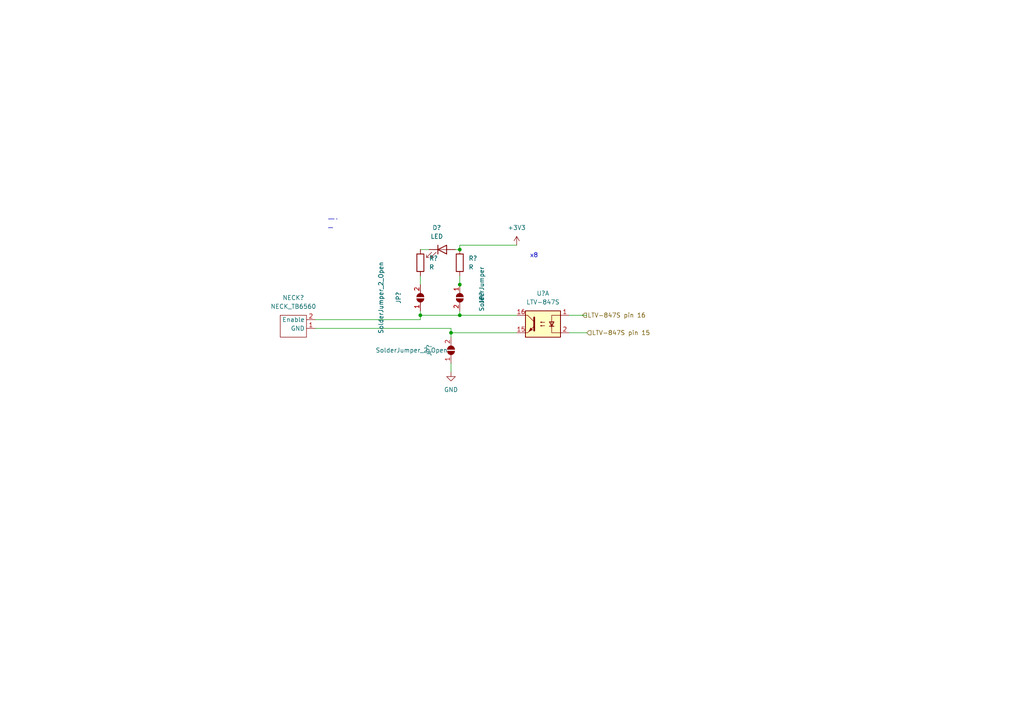
<source format=kicad_sch>
(kicad_sch (version 20211123) (generator eeschema)

  (uuid bbeee9e3-275a-4706-aa3c-cd0cc55d2cd8)

  (paper "A4")

  (lib_symbols
    (symbol "Device:LED" (pin_numbers hide) (pin_names (offset 1.016) hide) (in_bom yes) (on_board yes)
      (property "Reference" "D" (id 0) (at 0 2.54 0)
        (effects (font (size 1.27 1.27)))
      )
      (property "Value" "LED" (id 1) (at 0 -2.54 0)
        (effects (font (size 1.27 1.27)))
      )
      (property "Footprint" "" (id 2) (at 0 0 0)
        (effects (font (size 1.27 1.27)) hide)
      )
      (property "Datasheet" "~" (id 3) (at 0 0 0)
        (effects (font (size 1.27 1.27)) hide)
      )
      (property "ki_keywords" "LED diode" (id 4) (at 0 0 0)
        (effects (font (size 1.27 1.27)) hide)
      )
      (property "ki_description" "Light emitting diode" (id 5) (at 0 0 0)
        (effects (font (size 1.27 1.27)) hide)
      )
      (property "ki_fp_filters" "LED* LED_SMD:* LED_THT:*" (id 6) (at 0 0 0)
        (effects (font (size 1.27 1.27)) hide)
      )
      (symbol "LED_0_1"
        (polyline
          (pts
            (xy -1.27 -1.27)
            (xy -1.27 1.27)
          )
          (stroke (width 0.254) (type default) (color 0 0 0 0))
          (fill (type none))
        )
        (polyline
          (pts
            (xy -1.27 0)
            (xy 1.27 0)
          )
          (stroke (width 0) (type default) (color 0 0 0 0))
          (fill (type none))
        )
        (polyline
          (pts
            (xy 1.27 -1.27)
            (xy 1.27 1.27)
            (xy -1.27 0)
            (xy 1.27 -1.27)
          )
          (stroke (width 0.254) (type default) (color 0 0 0 0))
          (fill (type none))
        )
        (polyline
          (pts
            (xy -3.048 -0.762)
            (xy -4.572 -2.286)
            (xy -3.81 -2.286)
            (xy -4.572 -2.286)
            (xy -4.572 -1.524)
          )
          (stroke (width 0) (type default) (color 0 0 0 0))
          (fill (type none))
        )
        (polyline
          (pts
            (xy -1.778 -0.762)
            (xy -3.302 -2.286)
            (xy -2.54 -2.286)
            (xy -3.302 -2.286)
            (xy -3.302 -1.524)
          )
          (stroke (width 0) (type default) (color 0 0 0 0))
          (fill (type none))
        )
      )
      (symbol "LED_1_1"
        (pin passive line (at -3.81 0 0) (length 2.54)
          (name "K" (effects (font (size 1.27 1.27))))
          (number "1" (effects (font (size 1.27 1.27))))
        )
        (pin passive line (at 3.81 0 180) (length 2.54)
          (name "A" (effects (font (size 1.27 1.27))))
          (number "2" (effects (font (size 1.27 1.27))))
        )
      )
    )
    (symbol "Device:R" (pin_numbers hide) (pin_names (offset 0)) (in_bom yes) (on_board yes)
      (property "Reference" "R" (id 0) (at 2.032 0 90)
        (effects (font (size 1.27 1.27)))
      )
      (property "Value" "R" (id 1) (at 0 0 90)
        (effects (font (size 1.27 1.27)))
      )
      (property "Footprint" "" (id 2) (at -1.778 0 90)
        (effects (font (size 1.27 1.27)) hide)
      )
      (property "Datasheet" "~" (id 3) (at 0 0 0)
        (effects (font (size 1.27 1.27)) hide)
      )
      (property "ki_keywords" "R res resistor" (id 4) (at 0 0 0)
        (effects (font (size 1.27 1.27)) hide)
      )
      (property "ki_description" "Resistor" (id 5) (at 0 0 0)
        (effects (font (size 1.27 1.27)) hide)
      )
      (property "ki_fp_filters" "R_*" (id 6) (at 0 0 0)
        (effects (font (size 1.27 1.27)) hide)
      )
      (symbol "R_0_1"
        (rectangle (start -1.016 -2.54) (end 1.016 2.54)
          (stroke (width 0.254) (type default) (color 0 0 0 0))
          (fill (type none))
        )
      )
      (symbol "R_1_1"
        (pin passive line (at 0 3.81 270) (length 1.27)
          (name "~" (effects (font (size 1.27 1.27))))
          (number "1" (effects (font (size 1.27 1.27))))
        )
        (pin passive line (at 0 -3.81 90) (length 1.27)
          (name "~" (effects (font (size 1.27 1.27))))
          (number "2" (effects (font (size 1.27 1.27))))
        )
      )
    )
    (symbol "Isolator:LTV-847S" (pin_names (offset 1.016)) (in_bom yes) (on_board yes)
      (property "Reference" "U" (id 0) (at -3.81 5.08 0)
        (effects (font (size 1.27 1.27)))
      )
      (property "Value" "LTV-847S" (id 1) (at 0 -5.08 0)
        (effects (font (size 1.27 1.27)))
      )
      (property "Footprint" "Package_DIP:SMDIP-16_W9.53mm" (id 2) (at 0 -7.62 0)
        (effects (font (size 1.27 1.27)) hide)
      )
      (property "Datasheet" "http://www.us.liteon.com/downloads/LTV-817-827-847.PDF" (id 3) (at -15.24 11.43 0)
        (effects (font (size 1.27 1.27)) hide)
      )
      (property "ki_keywords" "NPN DC Optocoupler" (id 4) (at 0 0 0)
        (effects (font (size 1.27 1.27)) hide)
      )
      (property "ki_description" "DC Optocoupler, Vce 35V, CTR 50%, SMDIP-16" (id 5) (at 0 0 0)
        (effects (font (size 1.27 1.27)) hide)
      )
      (property "ki_fp_filters" "SMDIP*W9.53mm*" (id 6) (at 0 0 0)
        (effects (font (size 1.27 1.27)) hide)
      )
      (symbol "LTV-847S_0_1"
        (rectangle (start -5.08 3.81) (end 5.08 -3.81)
          (stroke (width 0.254) (type default) (color 0 0 0 0))
          (fill (type background))
        )
        (polyline
          (pts
            (xy -3.175 -0.635)
            (xy -1.905 -0.635)
          )
          (stroke (width 0.254) (type default) (color 0 0 0 0))
          (fill (type none))
        )
        (polyline
          (pts
            (xy 2.54 0.635)
            (xy 4.445 2.54)
          )
          (stroke (width 0) (type default) (color 0 0 0 0))
          (fill (type none))
        )
        (polyline
          (pts
            (xy 4.445 -2.54)
            (xy 2.54 -0.635)
          )
          (stroke (width 0) (type default) (color 0 0 0 0))
          (fill (type outline))
        )
        (polyline
          (pts
            (xy 4.445 -2.54)
            (xy 5.08 -2.54)
          )
          (stroke (width 0) (type default) (color 0 0 0 0))
          (fill (type none))
        )
        (polyline
          (pts
            (xy 4.445 2.54)
            (xy 5.08 2.54)
          )
          (stroke (width 0) (type default) (color 0 0 0 0))
          (fill (type none))
        )
        (polyline
          (pts
            (xy -2.54 -0.635)
            (xy -2.54 -2.54)
            (xy -5.08 -2.54)
          )
          (stroke (width 0) (type default) (color 0 0 0 0))
          (fill (type none))
        )
        (polyline
          (pts
            (xy 2.54 1.905)
            (xy 2.54 -1.905)
            (xy 2.54 -1.905)
          )
          (stroke (width 0.508) (type default) (color 0 0 0 0))
          (fill (type none))
        )
        (polyline
          (pts
            (xy -5.08 2.54)
            (xy -2.54 2.54)
            (xy -2.54 -1.27)
            (xy -2.54 0.635)
          )
          (stroke (width 0) (type default) (color 0 0 0 0))
          (fill (type none))
        )
        (polyline
          (pts
            (xy -2.54 -0.635)
            (xy -3.175 0.635)
            (xy -1.905 0.635)
            (xy -2.54 -0.635)
          )
          (stroke (width 0.254) (type default) (color 0 0 0 0))
          (fill (type none))
        )
        (polyline
          (pts
            (xy -0.508 -0.508)
            (xy 0.762 -0.508)
            (xy 0.381 -0.635)
            (xy 0.381 -0.381)
            (xy 0.762 -0.508)
          )
          (stroke (width 0) (type default) (color 0 0 0 0))
          (fill (type none))
        )
        (polyline
          (pts
            (xy -0.508 0.508)
            (xy 0.762 0.508)
            (xy 0.381 0.381)
            (xy 0.381 0.635)
            (xy 0.762 0.508)
          )
          (stroke (width 0) (type default) (color 0 0 0 0))
          (fill (type none))
        )
        (polyline
          (pts
            (xy 3.048 -1.651)
            (xy 3.556 -1.143)
            (xy 4.064 -2.159)
            (xy 3.048 -1.651)
            (xy 3.048 -1.651)
          )
          (stroke (width 0) (type default) (color 0 0 0 0))
          (fill (type outline))
        )
      )
      (symbol "LTV-847S_1_1"
        (pin passive line (at -7.62 2.54 0) (length 2.54)
          (name "~" (effects (font (size 1.27 1.27))))
          (number "1" (effects (font (size 1.27 1.27))))
        )
        (pin passive line (at 7.62 -2.54 180) (length 2.54)
          (name "~" (effects (font (size 1.27 1.27))))
          (number "15" (effects (font (size 1.27 1.27))))
        )
        (pin passive line (at 7.62 2.54 180) (length 2.54)
          (name "~" (effects (font (size 1.27 1.27))))
          (number "16" (effects (font (size 1.27 1.27))))
        )
        (pin passive line (at -7.62 -2.54 0) (length 2.54)
          (name "~" (effects (font (size 1.27 1.27))))
          (number "2" (effects (font (size 1.27 1.27))))
        )
      )
      (symbol "LTV-847S_2_1"
        (pin passive line (at 7.62 -2.54 180) (length 2.54)
          (name "~" (effects (font (size 1.27 1.27))))
          (number "13" (effects (font (size 1.27 1.27))))
        )
        (pin passive line (at 7.62 2.54 180) (length 2.54)
          (name "~" (effects (font (size 1.27 1.27))))
          (number "14" (effects (font (size 1.27 1.27))))
        )
        (pin passive line (at -7.62 2.54 0) (length 2.54)
          (name "~" (effects (font (size 1.27 1.27))))
          (number "3" (effects (font (size 1.27 1.27))))
        )
        (pin passive line (at -7.62 -2.54 0) (length 2.54)
          (name "~" (effects (font (size 1.27 1.27))))
          (number "4" (effects (font (size 1.27 1.27))))
        )
      )
      (symbol "LTV-847S_3_1"
        (pin passive line (at 7.62 -2.54 180) (length 2.54)
          (name "~" (effects (font (size 1.27 1.27))))
          (number "11" (effects (font (size 1.27 1.27))))
        )
        (pin passive line (at 7.62 2.54 180) (length 2.54)
          (name "~" (effects (font (size 1.27 1.27))))
          (number "12" (effects (font (size 1.27 1.27))))
        )
        (pin passive line (at -7.62 2.54 0) (length 2.54)
          (name "~" (effects (font (size 1.27 1.27))))
          (number "5" (effects (font (size 1.27 1.27))))
        )
        (pin passive line (at -7.62 -2.54 0) (length 2.54)
          (name "~" (effects (font (size 1.27 1.27))))
          (number "6" (effects (font (size 1.27 1.27))))
        )
      )
      (symbol "LTV-847S_4_1"
        (pin passive line (at 7.62 2.54 180) (length 2.54)
          (name "~" (effects (font (size 1.27 1.27))))
          (number "10" (effects (font (size 1.27 1.27))))
        )
        (pin passive line (at -7.62 2.54 0) (length 2.54)
          (name "~" (effects (font (size 1.27 1.27))))
          (number "7" (effects (font (size 1.27 1.27))))
        )
        (pin passive line (at -7.62 -2.54 0) (length 2.54)
          (name "~" (effects (font (size 1.27 1.27))))
          (number "8" (effects (font (size 1.27 1.27))))
        )
        (pin passive line (at 7.62 -2.54 180) (length 2.54)
          (name "~" (effects (font (size 1.27 1.27))))
          (number "9" (effects (font (size 1.27 1.27))))
        )
      )
    )
    (symbol "Jumper:SolderJumper_2_Open" (pin_names (offset 0) hide) (in_bom yes) (on_board yes)
      (property "Reference" "JP" (id 0) (at 0 2.032 0)
        (effects (font (size 1.27 1.27)))
      )
      (property "Value" "SolderJumper_2_Open" (id 1) (at 0 -2.54 0)
        (effects (font (size 1.27 1.27)))
      )
      (property "Footprint" "" (id 2) (at 0 0 0)
        (effects (font (size 1.27 1.27)) hide)
      )
      (property "Datasheet" "~" (id 3) (at 0 0 0)
        (effects (font (size 1.27 1.27)) hide)
      )
      (property "ki_keywords" "solder jumper SPST" (id 4) (at 0 0 0)
        (effects (font (size 1.27 1.27)) hide)
      )
      (property "ki_description" "Solder Jumper, 2-pole, open" (id 5) (at 0 0 0)
        (effects (font (size 1.27 1.27)) hide)
      )
      (property "ki_fp_filters" "SolderJumper*Open*" (id 6) (at 0 0 0)
        (effects (font (size 1.27 1.27)) hide)
      )
      (symbol "SolderJumper_2_Open_0_1"
        (arc (start -0.254 1.016) (mid -1.27 0) (end -0.254 -1.016)
          (stroke (width 0) (type default) (color 0 0 0 0))
          (fill (type none))
        )
        (arc (start -0.254 1.016) (mid -1.27 0) (end -0.254 -1.016)
          (stroke (width 0) (type default) (color 0 0 0 0))
          (fill (type outline))
        )
        (polyline
          (pts
            (xy -0.254 1.016)
            (xy -0.254 -1.016)
          )
          (stroke (width 0) (type default) (color 0 0 0 0))
          (fill (type none))
        )
        (polyline
          (pts
            (xy 0.254 1.016)
            (xy 0.254 -1.016)
          )
          (stroke (width 0) (type default) (color 0 0 0 0))
          (fill (type none))
        )
        (arc (start 0.254 -1.016) (mid 1.27 0) (end 0.254 1.016)
          (stroke (width 0) (type default) (color 0 0 0 0))
          (fill (type none))
        )
        (arc (start 0.254 -1.016) (mid 1.27 0) (end 0.254 1.016)
          (stroke (width 0) (type default) (color 0 0 0 0))
          (fill (type outline))
        )
      )
      (symbol "SolderJumper_2_Open_1_1"
        (pin passive line (at -3.81 0 0) (length 2.54)
          (name "A" (effects (font (size 1.27 1.27))))
          (number "1" (effects (font (size 1.27 1.27))))
        )
        (pin passive line (at 3.81 0 180) (length 2.54)
          (name "B" (effects (font (size 1.27 1.27))))
          (number "2" (effects (font (size 1.27 1.27))))
        )
      )
    )
    (symbol "Simbolos PE:NECK_TB6560" (in_bom yes) (on_board yes)
      (property "Reference" "NECK" (id 0) (at -1.27 -5.08 0)
        (effects (font (size 1.27 1.27)))
      )
      (property "Value" "NECK_TB6560" (id 1) (at -2.54 3.81 0)
        (effects (font (size 1.27 1.27)))
      )
      (property "Footprint" "" (id 2) (at 2.54 2.54 0)
        (effects (font (size 1.27 1.27)) hide)
      )
      (property "Datasheet" "" (id 3) (at 2.54 2.54 0)
        (effects (font (size 1.27 1.27)) hide)
      )
      (symbol "NECK_TB6560_0_1"
        (rectangle (start -5.08 2.54) (end 2.54 -3.81)
          (stroke (width 0) (type default) (color 0 0 0 0))
          (fill (type none))
        )
      )
      (symbol "NECK_TB6560_1_1"
        (pin input line (at 5.08 -1.27 180) (length 2.54)
          (name "GND" (effects (font (size 1.27 1.27))))
          (number "1" (effects (font (size 1.27 1.27))))
        )
        (pin input line (at 5.08 1.27 180) (length 2.54)
          (name "Enable" (effects (font (size 1.27 1.27))))
          (number "2" (effects (font (size 1.27 1.27))))
        )
      )
    )
    (symbol "power:+3.3V" (power) (pin_names (offset 0)) (in_bom yes) (on_board yes)
      (property "Reference" "#PWR" (id 0) (at 0 -3.81 0)
        (effects (font (size 1.27 1.27)) hide)
      )
      (property "Value" "+3.3V" (id 1) (at 0 3.556 0)
        (effects (font (size 1.27 1.27)))
      )
      (property "Footprint" "" (id 2) (at 0 0 0)
        (effects (font (size 1.27 1.27)) hide)
      )
      (property "Datasheet" "" (id 3) (at 0 0 0)
        (effects (font (size 1.27 1.27)) hide)
      )
      (property "ki_keywords" "power-flag" (id 4) (at 0 0 0)
        (effects (font (size 1.27 1.27)) hide)
      )
      (property "ki_description" "Power symbol creates a global label with name \"+3.3V\"" (id 5) (at 0 0 0)
        (effects (font (size 1.27 1.27)) hide)
      )
      (symbol "+3.3V_0_1"
        (polyline
          (pts
            (xy -0.762 1.27)
            (xy 0 2.54)
          )
          (stroke (width 0) (type default) (color 0 0 0 0))
          (fill (type none))
        )
        (polyline
          (pts
            (xy 0 0)
            (xy 0 2.54)
          )
          (stroke (width 0) (type default) (color 0 0 0 0))
          (fill (type none))
        )
        (polyline
          (pts
            (xy 0 2.54)
            (xy 0.762 1.27)
          )
          (stroke (width 0) (type default) (color 0 0 0 0))
          (fill (type none))
        )
      )
      (symbol "+3.3V_1_1"
        (pin power_in line (at 0 0 90) (length 0) hide
          (name "+3V3" (effects (font (size 1.27 1.27))))
          (number "1" (effects (font (size 1.27 1.27))))
        )
      )
    )
    (symbol "power:GND" (power) (pin_names (offset 0)) (in_bom yes) (on_board yes)
      (property "Reference" "#PWR" (id 0) (at 0 -6.35 0)
        (effects (font (size 1.27 1.27)) hide)
      )
      (property "Value" "GND" (id 1) (at 0 -3.81 0)
        (effects (font (size 1.27 1.27)))
      )
      (property "Footprint" "" (id 2) (at 0 0 0)
        (effects (font (size 1.27 1.27)) hide)
      )
      (property "Datasheet" "" (id 3) (at 0 0 0)
        (effects (font (size 1.27 1.27)) hide)
      )
      (property "ki_keywords" "power-flag" (id 4) (at 0 0 0)
        (effects (font (size 1.27 1.27)) hide)
      )
      (property "ki_description" "Power symbol creates a global label with name \"GND\" , ground" (id 5) (at 0 0 0)
        (effects (font (size 1.27 1.27)) hide)
      )
      (symbol "GND_0_1"
        (polyline
          (pts
            (xy 0 0)
            (xy 0 -1.27)
            (xy 1.27 -1.27)
            (xy 0 -2.54)
            (xy -1.27 -1.27)
            (xy 0 -1.27)
          )
          (stroke (width 0) (type default) (color 0 0 0 0))
          (fill (type none))
        )
      )
      (symbol "GND_1_1"
        (pin power_in line (at 0 0 270) (length 0) hide
          (name "GND" (effects (font (size 1.27 1.27))))
          (number "1" (effects (font (size 1.27 1.27))))
        )
      )
    )
  )

  (junction (at 130.81 96.52) (diameter 0) (color 0 0 0 0)
    (uuid 1a249bee-60f6-4479-b6f6-02c915b268bb)
  )
  (junction (at 133.35 82.55) (diameter 0) (color 0 0 0 0)
    (uuid 6617461f-7841-4911-a3a1-3e0f67df2910)
  )
  (junction (at 121.92 91.44) (diameter 0) (color 0 0 0 0)
    (uuid a39c8f0a-d861-4fef-8e0c-ea4eab385fb5)
  )
  (junction (at 133.35 91.44) (diameter 0) (color 0 0 0 0)
    (uuid abdf711d-6d02-4c0b-9713-e216b6a98097)
  )
  (junction (at 133.35 72.39) (diameter 0) (color 0 0 0 0)
    (uuid c537475b-1afa-44c6-a0d0-6fa1ec7af934)
  )

  (wire (pts (xy 130.81 107.95) (xy 130.81 105.41))
    (stroke (width 0) (type default) (color 0 0 0 0))
    (uuid 010d83aa-a423-4954-8594-eb6a0f3df1d1)
  )
  (wire (pts (xy 149.86 96.52) (xy 130.81 96.52))
    (stroke (width 0) (type default) (color 0 0 0 0))
    (uuid 1345ace4-b7e9-4727-82f0-fec9f22f34a6)
  )
  (wire (pts (xy 121.92 90.17) (xy 121.92 91.44))
    (stroke (width 0) (type default) (color 0 0 0 0))
    (uuid 155b9a1f-85b0-40ac-9a84-9cc5913cc9be)
  )
  (wire (pts (xy 133.35 90.17) (xy 133.35 91.44))
    (stroke (width 0) (type default) (color 0 0 0 0))
    (uuid 2a7cfac3-929a-4c0b-99c0-dc135cf39214)
  )
  (wire (pts (xy 121.92 72.39) (xy 124.46 72.39))
    (stroke (width 0) (type default) (color 0 0 0 0))
    (uuid 40496886-f132-4048-ad5b-71577a007df0)
  )
  (wire (pts (xy 149.86 71.12) (xy 133.35 71.12))
    (stroke (width 0) (type default) (color 0 0 0 0))
    (uuid 4ec94263-3b28-4c19-a189-da9aadc4dceb)
  )
  (wire (pts (xy 130.81 96.52) (xy 130.81 97.79))
    (stroke (width 0) (type default) (color 0 0 0 0))
    (uuid 51e5a566-0824-4a88-998e-21081b829c77)
  )
  (wire (pts (xy 91.44 92.71) (xy 121.92 92.71))
    (stroke (width 0) (type default) (color 0 0 0 0))
    (uuid 5f19726f-176c-46b2-b3f5-af89b5f00cfd)
  )
  (wire (pts (xy 121.92 80.01) (xy 121.92 82.55))
    (stroke (width 0) (type default) (color 0 0 0 0))
    (uuid 7e29d6fd-005a-447b-bdc1-c8f562ad8a79)
  )
  (wire (pts (xy 133.35 80.01) (xy 133.35 82.55))
    (stroke (width 0) (type default) (color 0 0 0 0))
    (uuid 80af558f-ba1c-4fa3-bc42-f7fb722a54e6)
  )
  (wire (pts (xy 133.35 82.55) (xy 133.35 85.09))
    (stroke (width 0) (type default) (color 0 0 0 0))
    (uuid 81beb460-a4e8-4a76-bd3d-022dbb8da15f)
  )
  (polyline (pts (xy 95.25 63.5) (xy 97.79 63.5))
    (stroke (width 0) (type default) (color 0 0 0 0))
    (uuid a255b7fa-7488-46a4-a513-85088fe016e0)
  )

  (wire (pts (xy 121.92 92.71) (xy 121.92 91.44))
    (stroke (width 0) (type default) (color 0 0 0 0))
    (uuid af5e67a1-8d42-446a-8c38-cff49fbf7985)
  )
  (wire (pts (xy 132.08 72.39) (xy 133.35 72.39))
    (stroke (width 0) (type default) (color 0 0 0 0))
    (uuid b01d8250-e536-4cde-9744-e196fc912dde)
  )
  (wire (pts (xy 165.1 91.44) (xy 170.18 91.44))
    (stroke (width 0) (type default) (color 0 0 0 0))
    (uuid cf8d1efc-a3ed-48bd-a81b-45b92ed85bdf)
  )
  (wire (pts (xy 170.18 96.52) (xy 165.1 96.52))
    (stroke (width 0) (type default) (color 0 0 0 0))
    (uuid d552e62c-28ec-4b51-9792-3c891e630ed3)
  )
  (polyline (pts (xy 95.25 66.04) (xy 96.52 66.04))
    (stroke (width 0) (type default) (color 0 0 0 0))
    (uuid da20708f-f4eb-4ebd-b1f1-c2a3491dd765)
  )

  (wire (pts (xy 133.35 71.12) (xy 133.35 72.39))
    (stroke (width 0) (type default) (color 0 0 0 0))
    (uuid db20b561-d054-4e73-979b-7196dd500200)
  )
  (wire (pts (xy 130.81 95.25) (xy 130.81 96.52))
    (stroke (width 0) (type default) (color 0 0 0 0))
    (uuid eed807b6-15ff-4943-ac96-c4c27d3cbd6d)
  )
  (wire (pts (xy 133.35 91.44) (xy 149.86 91.44))
    (stroke (width 0) (type default) (color 0 0 0 0))
    (uuid f1fd0edc-e8ce-41e5-abe9-862249bca4f2)
  )
  (wire (pts (xy 121.92 91.44) (xy 133.35 91.44))
    (stroke (width 0) (type default) (color 0 0 0 0))
    (uuid f7b55d46-5a56-46f1-ae86-558c5bb84f34)
  )
  (wire (pts (xy 91.44 95.25) (xy 130.81 95.25))
    (stroke (width 0) (type default) (color 0 0 0 0))
    (uuid fe0c722b-345f-4e72-a47f-56b36fc99ecc)
  )

  (text "x8" (at 153.67 74.93 0)
    (effects (font (size 1.27 1.27)) (justify left bottom))
    (uuid d76efd7c-819a-46a4-b31a-1e1ab1afa8db)
  )

  (hierarchical_label "LTV-847S pin 16" (shape input) (at 168.91 91.44 0)
    (effects (font (size 1.27 1.27)) (justify left))
    (uuid 12c23553-09f2-4bff-93b7-4c40d6f27b56)
  )
  (hierarchical_label "LTV-847S pin 15" (shape input) (at 170.18 96.52 0)
    (effects (font (size 1.27 1.27)) (justify left))
    (uuid a9f12cdd-11e8-4362-8ac8-d82d9fe1120b)
  )

  (symbol (lib_id "Jumper:SolderJumper_2_Open") (at 133.35 86.36 270) (unit 1)
    (in_bom yes) (on_board yes)
    (uuid 27a0a7ae-2005-43be-aa70-07336f3ca991)
    (property "Reference" "JP?" (id 0) (at 139.7 86.36 0))
    (property "Value" "SolderJumper" (id 1) (at 139.7 83.82 0))
    (property "Footprint" "" (id 2) (at 133.35 86.36 0)
      (effects (font (size 1.27 1.27)) hide)
    )
    (property "Datasheet" "~" (id 3) (at 133.35 86.36 0)
      (effects (font (size 1.27 1.27)) hide)
    )
    (pin "1" (uuid ef60c547-36f6-4824-a94f-525efa6a26e5))
    (pin "2" (uuid 3c336d15-a4cf-4691-bdeb-137781725083))
  )

  (symbol (lib_id "Isolator:LTV-847S") (at 157.48 93.98 0) (mirror y) (unit 1)
    (in_bom yes) (on_board yes) (fields_autoplaced)
    (uuid 431f9d8b-2b06-4892-a344-ff727a1890fd)
    (property "Reference" "U?" (id 0) (at 157.48 85.09 0))
    (property "Value" "LTV-847S" (id 1) (at 157.48 87.63 0))
    (property "Footprint" "Package_DIP:SMDIP-16_W9.53mm" (id 2) (at 157.48 101.6 0)
      (effects (font (size 1.27 1.27)) hide)
    )
    (property "Datasheet" "http://www.us.liteon.com/downloads/LTV-817-827-847.PDF" (id 3) (at 172.72 82.55 0)
      (effects (font (size 1.27 1.27)) hide)
    )
    (pin "1" (uuid c86ca001-83be-4c2f-b6ce-7a5846624f12))
    (pin "15" (uuid 606ee449-d75e-4ab9-b1ba-0512b663261f))
    (pin "16" (uuid 99239d46-4d45-4bc9-946a-c07b41aab283))
    (pin "2" (uuid 26cddc9c-c885-49d9-ac6f-888f3ebaea2b))
    (pin "13" (uuid 61fa0d74-9a68-42f2-8b67-f7bdec73addb))
    (pin "14" (uuid c36fd19e-f85b-40c3-9bef-93e06d64fa02))
    (pin "3" (uuid 4034eeee-0852-4575-86ed-bdfe5370abe7))
    (pin "4" (uuid e6c2fa31-d49f-43cc-9e55-29bcc2587ecd))
    (pin "11" (uuid 0a840d10-a9d6-4711-9b33-9616e602311e))
    (pin "12" (uuid bd1700ad-55ca-43ac-ae2e-dd92550c4c8d))
    (pin "5" (uuid 7f0f3d0b-50df-497d-87d1-ae14dbc72b6a))
    (pin "6" (uuid 361a2b0f-9054-46ac-9709-613f4e68133d))
    (pin "10" (uuid 344015be-dd74-4666-908a-b389e95432dd))
    (pin "7" (uuid 805da6af-4e83-4de0-bbc3-e318f18cd22d))
    (pin "8" (uuid c85ccd72-1ac8-4111-b028-c7ee9ce6c1b3))
    (pin "9" (uuid 051f6d5c-fb0b-4d4d-980d-fa056e870526))
  )

  (symbol (lib_id "Jumper:SolderJumper_2_Open") (at 121.92 86.36 90) (unit 1)
    (in_bom yes) (on_board yes)
    (uuid 44c1abcf-e16b-47cf-b4ea-c1d3708df1c0)
    (property "Reference" "JP?" (id 0) (at 115.57 86.36 0))
    (property "Value" "SolderJumper_2_Open" (id 1) (at 110.49 86.36 0))
    (property "Footprint" "" (id 2) (at 121.92 86.36 0)
      (effects (font (size 1.27 1.27)) hide)
    )
    (property "Datasheet" "~" (id 3) (at 121.92 86.36 0)
      (effects (font (size 1.27 1.27)) hide)
    )
    (pin "1" (uuid 860fd877-df96-4b7f-b339-0dd038b6b8f1))
    (pin "2" (uuid a075e28c-43c1-4574-bfd7-88256dcfd2c7))
  )

  (symbol (lib_id "power:GND") (at 130.81 107.95 0) (unit 1)
    (in_bom yes) (on_board yes) (fields_autoplaced)
    (uuid b14d14ba-62d6-4170-80d8-96f0e19d0885)
    (property "Reference" "#PWR?" (id 0) (at 130.81 114.3 0)
      (effects (font (size 1.27 1.27)) hide)
    )
    (property "Value" "GND" (id 1) (at 130.81 113.03 0))
    (property "Footprint" "" (id 2) (at 130.81 107.95 0)
      (effects (font (size 1.27 1.27)) hide)
    )
    (property "Datasheet" "" (id 3) (at 130.81 107.95 0)
      (effects (font (size 1.27 1.27)) hide)
    )
    (pin "1" (uuid 13f32e1a-ca82-47e3-8bfe-85d8d4504a6b))
  )

  (symbol (lib_id "Device:R") (at 133.35 76.2 0) (unit 1)
    (in_bom yes) (on_board yes) (fields_autoplaced)
    (uuid cb314782-1d6a-43a5-a0e1-49a8d75a01b3)
    (property "Reference" "R?" (id 0) (at 135.89 74.9299 0)
      (effects (font (size 1.27 1.27)) (justify left))
    )
    (property "Value" "R" (id 1) (at 135.89 77.4699 0)
      (effects (font (size 1.27 1.27)) (justify left))
    )
    (property "Footprint" "" (id 2) (at 131.572 76.2 90)
      (effects (font (size 1.27 1.27)) hide)
    )
    (property "Datasheet" "~" (id 3) (at 133.35 76.2 0)
      (effects (font (size 1.27 1.27)) hide)
    )
    (pin "1" (uuid d346da4f-530d-4f27-94fd-2ac72db96464))
    (pin "2" (uuid c64b6847-ead3-4036-8e04-2b8a504248fa))
  )

  (symbol (lib_id "power:+3.3V") (at 149.86 71.12 0) (unit 1)
    (in_bom yes) (on_board yes) (fields_autoplaced)
    (uuid cf2200eb-9ced-4959-95bb-ca2054bf0fc5)
    (property "Reference" "#PWR?" (id 0) (at 149.86 74.93 0)
      (effects (font (size 1.27 1.27)) hide)
    )
    (property "Value" "+3.3V" (id 1) (at 149.86 66.04 0))
    (property "Footprint" "" (id 2) (at 149.86 71.12 0)
      (effects (font (size 1.27 1.27)) hide)
    )
    (property "Datasheet" "" (id 3) (at 149.86 71.12 0)
      (effects (font (size 1.27 1.27)) hide)
    )
    (pin "1" (uuid dfcc0c9d-c6f1-46cd-8b9b-38d3a805648a))
  )

  (symbol (lib_id "Simbolos PE:NECK_TB6560") (at 86.36 93.98 0) (unit 1)
    (in_bom yes) (on_board yes) (fields_autoplaced)
    (uuid dabe688b-e258-444e-bb86-b2f33fa1c241)
    (property "Reference" "NECK?" (id 0) (at 85.09 86.36 0))
    (property "Value" "NECK_TB6560" (id 1) (at 85.09 88.9 0))
    (property "Footprint" "" (id 2) (at 88.9 91.44 0)
      (effects (font (size 1.27 1.27)) hide)
    )
    (property "Datasheet" "" (id 3) (at 88.9 91.44 0)
      (effects (font (size 1.27 1.27)) hide)
    )
    (pin "1" (uuid b6db3775-6d7f-4447-ac0b-618d2b6e9fb5))
    (pin "2" (uuid 02919ba1-07cc-4407-b211-6bd44907d7b1))
  )

  (symbol (lib_id "Device:LED") (at 128.27 72.39 0) (unit 1)
    (in_bom yes) (on_board yes) (fields_autoplaced)
    (uuid ef8234e6-877d-47ea-ae5b-5c77c6d2bd63)
    (property "Reference" "D?" (id 0) (at 126.6825 66.04 0))
    (property "Value" "LED" (id 1) (at 126.6825 68.58 0))
    (property "Footprint" "" (id 2) (at 128.27 72.39 0)
      (effects (font (size 1.27 1.27)) hide)
    )
    (property "Datasheet" "~" (id 3) (at 128.27 72.39 0)
      (effects (font (size 1.27 1.27)) hide)
    )
    (pin "1" (uuid 2220496c-35d8-4570-b718-fed73f145fe3))
    (pin "2" (uuid 9dac23f5-043c-4609-a1e4-c108b4d238fd))
  )

  (symbol (lib_id "Device:R") (at 121.92 76.2 0) (unit 1)
    (in_bom yes) (on_board yes) (fields_autoplaced)
    (uuid f4cf8cfa-9263-4018-b506-88d1695a7ebd)
    (property "Reference" "R?" (id 0) (at 124.46 74.9299 0)
      (effects (font (size 1.27 1.27)) (justify left))
    )
    (property "Value" "R" (id 1) (at 124.46 77.4699 0)
      (effects (font (size 1.27 1.27)) (justify left))
    )
    (property "Footprint" "" (id 2) (at 120.142 76.2 90)
      (effects (font (size 1.27 1.27)) hide)
    )
    (property "Datasheet" "~" (id 3) (at 121.92 76.2 0)
      (effects (font (size 1.27 1.27)) hide)
    )
    (pin "1" (uuid 7d12af4f-c3e4-4855-be92-5fb725e25e73))
    (pin "2" (uuid 0fa6e315-1f37-4da6-ac30-f15bbe8761c8))
  )

  (symbol (lib_id "Jumper:SolderJumper_2_Open") (at 130.81 101.6 90) (unit 1)
    (in_bom yes) (on_board yes)
    (uuid ffed2d35-3e5a-4942-bcf9-b9b0a0df410d)
    (property "Reference" "JP?" (id 0) (at 124.46 101.6 0))
    (property "Value" "SolderJumper_2_Open" (id 1) (at 119.38 101.6 90))
    (property "Footprint" "" (id 2) (at 130.81 101.6 0)
      (effects (font (size 1.27 1.27)) hide)
    )
    (property "Datasheet" "~" (id 3) (at 130.81 101.6 0)
      (effects (font (size 1.27 1.27)) hide)
    )
    (pin "1" (uuid c368d2d8-8d20-41c4-a1d4-fa01e8eeab43))
    (pin "2" (uuid 12f8cce5-40e6-4fd0-bd65-6c434ef48e15))
  )
)

</source>
